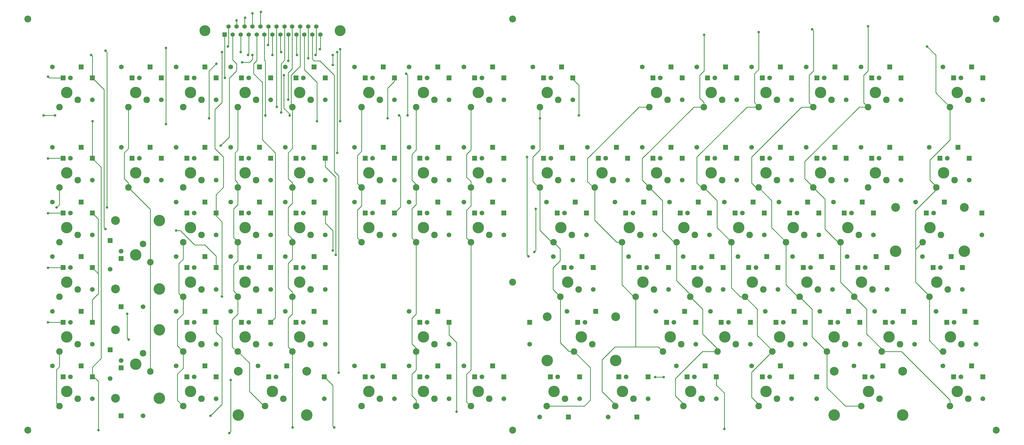
<source format=gtl>
G04 #@! TF.FileFunction,Copper,L1,Top,Signal*
%FSLAX46Y46*%
G04 Gerber Fmt 4.6, Leading zero omitted, Abs format (unit mm)*
G04 Created by KiCad (PCBNEW 4.0.7) date 12/13/17 15:10:49*
%MOMM*%
%LPD*%
G01*
G04 APERTURE LIST*
%ADD10C,0.100000*%
%ADD11C,2.286000*%
%ADD12C,3.987800*%
%ADD13C,1.651000*%
%ADD14R,1.651000X1.651000*%
%ADD15C,3.810000*%
%ADD16R,1.524000X1.524000*%
%ADD17C,1.524000*%
%ADD18C,2.400000*%
%ADD19C,4.000000*%
%ADD20C,3.050000*%
%ADD21C,0.889000*%
%ADD22C,0.254000*%
G04 APERTURE END LIST*
D10*
D11*
X257460000Y-62080000D03*
X263810000Y-59540000D03*
D12*
X260000000Y-57000000D03*
D13*
X268890000Y-59540000D03*
D14*
X268890000Y-51920000D03*
D13*
X261270000Y-51920000D03*
D14*
X258730000Y-51920000D03*
X265000000Y-48110000D03*
D13*
X255000000Y-48110000D03*
D11*
X285960000Y-81080000D03*
X292310000Y-78540000D03*
D12*
X288500000Y-76000000D03*
D13*
X297390000Y-78540000D03*
D14*
X297390000Y-70920000D03*
D13*
X289770000Y-70920000D03*
D14*
X287230000Y-70920000D03*
X293500000Y-67110000D03*
D13*
X283500000Y-67110000D03*
D11*
X266960000Y-81080000D03*
X273310000Y-78540000D03*
D12*
X269500000Y-76000000D03*
D13*
X278390000Y-78540000D03*
D14*
X278390000Y-70920000D03*
D13*
X270770000Y-70920000D03*
D14*
X268230000Y-70920000D03*
X274500000Y-67110000D03*
D13*
X264500000Y-67110000D03*
D11*
X247960000Y-81080000D03*
X254310000Y-78540000D03*
D12*
X250500000Y-76000000D03*
D13*
X259390000Y-78540000D03*
D14*
X259390000Y-70920000D03*
D13*
X251770000Y-70920000D03*
D14*
X249230000Y-70920000D03*
X255500000Y-67110000D03*
D13*
X245500000Y-67110000D03*
D11*
X228960000Y-81080000D03*
X235310000Y-78540000D03*
D12*
X231500000Y-76000000D03*
D13*
X240390000Y-78540000D03*
D14*
X240390000Y-70920000D03*
D13*
X232770000Y-70920000D03*
D14*
X230230000Y-70920000D03*
X236500000Y-67110000D03*
D13*
X226500000Y-67110000D03*
D11*
X209960000Y-81080000D03*
X216310000Y-78540000D03*
D12*
X212500000Y-76000000D03*
D13*
X221390000Y-78540000D03*
D14*
X221390000Y-70920000D03*
D13*
X213770000Y-70920000D03*
D14*
X211230000Y-70920000D03*
X217500000Y-67110000D03*
D13*
X207500000Y-67110000D03*
D11*
X186210000Y-81080000D03*
X192560000Y-78540000D03*
D12*
X188750000Y-76000000D03*
D13*
X197640000Y-78540000D03*
D14*
X197640000Y-70920000D03*
D13*
X190020000Y-70920000D03*
D14*
X187480000Y-70920000D03*
X193750000Y-67110000D03*
D13*
X183750000Y-67110000D03*
D11*
X319210000Y-62080000D03*
X325560000Y-59540000D03*
D12*
X321750000Y-57000000D03*
D13*
X330640000Y-59540000D03*
D14*
X330640000Y-51920000D03*
D13*
X323020000Y-51920000D03*
D14*
X320480000Y-51920000D03*
X326750000Y-48110000D03*
D13*
X316750000Y-48110000D03*
D11*
X295460000Y-62080000D03*
X301810000Y-59540000D03*
D12*
X298000000Y-57000000D03*
D13*
X306890000Y-59540000D03*
D14*
X306890000Y-51920000D03*
D13*
X299270000Y-51920000D03*
D14*
X296730000Y-51920000D03*
X303000000Y-48110000D03*
D13*
X293000000Y-48110000D03*
D11*
X276460000Y-62080000D03*
X282810000Y-59540000D03*
D12*
X279000000Y-57000000D03*
D13*
X287890000Y-59540000D03*
D14*
X287890000Y-51920000D03*
D13*
X280270000Y-51920000D03*
D14*
X277730000Y-51920000D03*
X284000000Y-48110000D03*
D13*
X274000000Y-48110000D03*
D11*
X188585000Y-100080000D03*
X194935000Y-97540000D03*
D12*
X191125000Y-95000000D03*
D13*
X200015000Y-97540000D03*
D14*
X200015000Y-89920000D03*
D13*
X192395000Y-89920000D03*
D14*
X189855000Y-89920000D03*
X196125000Y-86110000D03*
D13*
X186125000Y-86110000D03*
D11*
X238460000Y-62080000D03*
X244810000Y-59540000D03*
D12*
X241000000Y-57000000D03*
D13*
X249890000Y-59540000D03*
D14*
X249890000Y-51920000D03*
D13*
X242270000Y-51920000D03*
D14*
X239730000Y-51920000D03*
X246000000Y-48110000D03*
D13*
X236000000Y-48110000D03*
D11*
X219460000Y-62080000D03*
X225810000Y-59540000D03*
D12*
X222000000Y-57000000D03*
D13*
X230890000Y-59540000D03*
D14*
X230890000Y-51920000D03*
D13*
X223270000Y-51920000D03*
D14*
X220730000Y-51920000D03*
X227000000Y-48110000D03*
D13*
X217000000Y-48110000D03*
D11*
X200460000Y-62080000D03*
X206810000Y-59540000D03*
D12*
X203000000Y-57000000D03*
D13*
X211890000Y-59540000D03*
D14*
X211890000Y-51920000D03*
D13*
X204270000Y-51920000D03*
D14*
X201730000Y-51920000D03*
X208000000Y-48110000D03*
D13*
X198000000Y-48110000D03*
D11*
X181460000Y-62080000D03*
X187810000Y-59540000D03*
D12*
X184000000Y-57000000D03*
D13*
X192890000Y-59540000D03*
D14*
X192890000Y-51920000D03*
D13*
X185270000Y-51920000D03*
D14*
X182730000Y-51920000D03*
X189000000Y-48110000D03*
D13*
X179000000Y-48110000D03*
D11*
X323960000Y-34080000D03*
X330310000Y-31540000D03*
D12*
X326500000Y-29000000D03*
D13*
X335390000Y-31540000D03*
D14*
X335390000Y-23920000D03*
D13*
X327770000Y-23920000D03*
D14*
X325230000Y-23920000D03*
X331500000Y-20110000D03*
D13*
X321500000Y-20110000D03*
D11*
X295460000Y-34080000D03*
X301810000Y-31540000D03*
D12*
X298000000Y-29000000D03*
D13*
X306890000Y-31540000D03*
D14*
X306890000Y-23920000D03*
D13*
X299270000Y-23920000D03*
D14*
X296730000Y-23920000D03*
X303000000Y-20110000D03*
D13*
X293000000Y-20110000D03*
D11*
X276460000Y-34080000D03*
X282810000Y-31540000D03*
D12*
X279000000Y-29000000D03*
D13*
X287890000Y-31540000D03*
D14*
X287890000Y-23920000D03*
D13*
X280270000Y-23920000D03*
D14*
X277730000Y-23920000D03*
X284000000Y-20110000D03*
D13*
X274000000Y-20110000D03*
D11*
X257460000Y-34080000D03*
X263810000Y-31540000D03*
D12*
X260000000Y-29000000D03*
D13*
X268890000Y-31540000D03*
D14*
X268890000Y-23920000D03*
D13*
X261270000Y-23920000D03*
D14*
X258730000Y-23920000D03*
X265000000Y-20110000D03*
D13*
X255000000Y-20110000D03*
D11*
X238460000Y-34080000D03*
X244810000Y-31540000D03*
D12*
X241000000Y-29000000D03*
D13*
X249890000Y-31540000D03*
D14*
X249890000Y-23920000D03*
D13*
X242270000Y-23920000D03*
D14*
X239730000Y-23920000D03*
X246000000Y-20110000D03*
D13*
X236000000Y-20110000D03*
D11*
X262210000Y-119080000D03*
X268560000Y-116540000D03*
D12*
X264750000Y-114000000D03*
D13*
X273640000Y-116540000D03*
D14*
X273640000Y-108920000D03*
D13*
X266020000Y-108920000D03*
D14*
X263480000Y-108920000D03*
X269750000Y-105110000D03*
D13*
X259750000Y-105110000D03*
D11*
X323960000Y-138080000D03*
X330310000Y-135540000D03*
D12*
X326500000Y-133000000D03*
D13*
X335390000Y-135540000D03*
D14*
X335390000Y-127920000D03*
D13*
X327770000Y-127920000D03*
D14*
X325230000Y-127920000D03*
X331500000Y-124110000D03*
D13*
X321500000Y-124110000D03*
D11*
X257460000Y-138080000D03*
X263810000Y-135540000D03*
D12*
X260000000Y-133000000D03*
D13*
X268890000Y-135540000D03*
D14*
X268890000Y-127920000D03*
D13*
X261270000Y-127920000D03*
D14*
X258730000Y-127920000D03*
X265000000Y-124110000D03*
D13*
X255000000Y-124110000D03*
D11*
X231335000Y-138080000D03*
X237685000Y-135540000D03*
D12*
X233875000Y-133000000D03*
D13*
X242765000Y-135540000D03*
D14*
X242765000Y-127920000D03*
D13*
X235145000Y-127920000D03*
D14*
X232605000Y-127920000D03*
X238875000Y-124110000D03*
D13*
X228875000Y-124110000D03*
D11*
X321585000Y-119080000D03*
X327935000Y-116540000D03*
D12*
X324125000Y-114000000D03*
D13*
X333015000Y-116540000D03*
D14*
X333015000Y-108920000D03*
D13*
X325395000Y-108920000D03*
D14*
X322855000Y-108920000D03*
X329125000Y-105110000D03*
D13*
X319125000Y-105110000D03*
D11*
X300210000Y-119080000D03*
X306560000Y-116540000D03*
D12*
X302750000Y-114000000D03*
D13*
X311640000Y-116540000D03*
D14*
X311640000Y-108920000D03*
D13*
X304020000Y-108920000D03*
D14*
X301480000Y-108920000D03*
X307750000Y-105110000D03*
D13*
X297750000Y-105110000D03*
D11*
X281210000Y-119080000D03*
X287560000Y-116540000D03*
D12*
X283750000Y-114000000D03*
D13*
X292640000Y-116540000D03*
D14*
X292640000Y-108920000D03*
D13*
X285020000Y-108920000D03*
D14*
X282480000Y-108920000D03*
X288750000Y-105110000D03*
D13*
X278750000Y-105110000D03*
D11*
X219460000Y-34080000D03*
X225810000Y-31540000D03*
D12*
X222000000Y-29000000D03*
D13*
X230890000Y-31540000D03*
D14*
X230890000Y-23920000D03*
D13*
X223270000Y-23920000D03*
D14*
X220730000Y-23920000D03*
X227000000Y-20110000D03*
D13*
X217000000Y-20110000D03*
D11*
X243210000Y-119080000D03*
X249560000Y-116540000D03*
D12*
X245750000Y-114000000D03*
D13*
X254640000Y-116540000D03*
D14*
X254640000Y-108920000D03*
D13*
X247020000Y-108920000D03*
D14*
X244480000Y-108920000D03*
X250750000Y-105110000D03*
D13*
X240750000Y-105110000D03*
D11*
X224210000Y-119080000D03*
X230560000Y-116540000D03*
D12*
X226750000Y-114000000D03*
D13*
X235640000Y-116540000D03*
D14*
X235640000Y-108920000D03*
D13*
X228020000Y-108920000D03*
D14*
X225480000Y-108920000D03*
X231750000Y-105110000D03*
D13*
X221750000Y-105110000D03*
D11*
X316835000Y-100080000D03*
X323185000Y-97540000D03*
D12*
X319375000Y-95000000D03*
D13*
X328265000Y-97540000D03*
D14*
X328265000Y-89920000D03*
D13*
X320645000Y-89920000D03*
D14*
X318105000Y-89920000D03*
X324375000Y-86110000D03*
D13*
X314375000Y-86110000D03*
D11*
X290710000Y-100080000D03*
X297060000Y-97540000D03*
D12*
X293250000Y-95000000D03*
D13*
X302140000Y-97540000D03*
D14*
X302140000Y-89920000D03*
D13*
X294520000Y-89920000D03*
D14*
X291980000Y-89920000D03*
X298250000Y-86110000D03*
D13*
X288250000Y-86110000D03*
D11*
X271710000Y-100080000D03*
X278060000Y-97540000D03*
D12*
X274250000Y-95000000D03*
D13*
X283140000Y-97540000D03*
D14*
X283140000Y-89920000D03*
D13*
X275520000Y-89920000D03*
D14*
X272980000Y-89920000D03*
X279250000Y-86110000D03*
D13*
X269250000Y-86110000D03*
D11*
X252710000Y-100080000D03*
X259060000Y-97540000D03*
D12*
X255250000Y-95000000D03*
D13*
X264140000Y-97540000D03*
D14*
X264140000Y-89920000D03*
D13*
X256520000Y-89920000D03*
D14*
X253980000Y-89920000D03*
X260250000Y-86110000D03*
D13*
X250250000Y-86110000D03*
D11*
X233710000Y-100080000D03*
X240060000Y-97540000D03*
D12*
X236250000Y-95000000D03*
D13*
X245140000Y-97540000D03*
D14*
X245140000Y-89920000D03*
D13*
X237520000Y-89920000D03*
D14*
X234980000Y-89920000D03*
X241250000Y-86110000D03*
D13*
X231250000Y-86110000D03*
D11*
X214710000Y-100080000D03*
X221060000Y-97540000D03*
D12*
X217250000Y-95000000D03*
D13*
X226140000Y-97540000D03*
D14*
X226140000Y-89920000D03*
D13*
X218520000Y-89920000D03*
D14*
X215980000Y-89920000D03*
X222250000Y-86110000D03*
D13*
X212250000Y-86110000D03*
D11*
X38460000Y-62080000D03*
X44810000Y-59540000D03*
D12*
X41000000Y-57000000D03*
D13*
X49890000Y-59540000D03*
D14*
X49890000Y-51920000D03*
D13*
X42270000Y-51920000D03*
D14*
X39730000Y-51920000D03*
X46000000Y-48110000D03*
D13*
X36000000Y-48110000D03*
D11*
X95460000Y-100080000D03*
X101810000Y-97540000D03*
D12*
X98000000Y-95000000D03*
D13*
X106890000Y-97540000D03*
D14*
X106890000Y-89920000D03*
D13*
X99270000Y-89920000D03*
D14*
X96730000Y-89920000D03*
X103000000Y-86110000D03*
D13*
X93000000Y-86110000D03*
D11*
X76460000Y-100080000D03*
X82810000Y-97540000D03*
D12*
X79000000Y-95000000D03*
D13*
X87890000Y-97540000D03*
D14*
X87890000Y-89920000D03*
D13*
X80270000Y-89920000D03*
D14*
X77730000Y-89920000D03*
X84000000Y-86110000D03*
D13*
X74000000Y-86110000D03*
D11*
X57460000Y-100080000D03*
X63810000Y-97540000D03*
D12*
X60000000Y-95000000D03*
D13*
X68890000Y-97540000D03*
D14*
X68890000Y-89920000D03*
D13*
X61270000Y-89920000D03*
D14*
X58730000Y-89920000D03*
X65000000Y-86110000D03*
D13*
X55000000Y-86110000D03*
D11*
X95460000Y-81080000D03*
X101810000Y-78540000D03*
D12*
X98000000Y-76000000D03*
D13*
X106890000Y-78540000D03*
D14*
X106890000Y-70920000D03*
D13*
X99270000Y-70920000D03*
D14*
X96730000Y-70920000D03*
X103000000Y-67110000D03*
D13*
X93000000Y-67110000D03*
D11*
X76460000Y-81080000D03*
X82810000Y-78540000D03*
D12*
X79000000Y-76000000D03*
D13*
X87890000Y-78540000D03*
D14*
X87890000Y-70920000D03*
D13*
X80270000Y-70920000D03*
D14*
X77730000Y-70920000D03*
X84000000Y-67110000D03*
D13*
X74000000Y-67110000D03*
D11*
X57460000Y-81080000D03*
X63810000Y-78540000D03*
D12*
X60000000Y-76000000D03*
D13*
X68890000Y-78540000D03*
D14*
X68890000Y-70920000D03*
D13*
X61270000Y-70920000D03*
D14*
X58730000Y-70920000D03*
X65000000Y-67110000D03*
D13*
X55000000Y-67110000D03*
D11*
X95460000Y-62080000D03*
X101810000Y-59540000D03*
D12*
X98000000Y-57000000D03*
D13*
X106890000Y-59540000D03*
D14*
X106890000Y-51920000D03*
D13*
X99270000Y-51920000D03*
D14*
X96730000Y-51920000D03*
X103000000Y-48110000D03*
D13*
X93000000Y-48110000D03*
D11*
X76460000Y-62080000D03*
X82810000Y-59540000D03*
D12*
X79000000Y-57000000D03*
D13*
X87890000Y-59540000D03*
D14*
X87890000Y-51920000D03*
D13*
X80270000Y-51920000D03*
D14*
X77730000Y-51920000D03*
X84000000Y-48110000D03*
D13*
X74000000Y-48110000D03*
D11*
X57460000Y-62080000D03*
X63810000Y-59540000D03*
D12*
X60000000Y-57000000D03*
D13*
X68890000Y-59540000D03*
D14*
X68890000Y-51920000D03*
D13*
X61270000Y-51920000D03*
D14*
X58730000Y-51920000D03*
X65000000Y-48110000D03*
D13*
X55000000Y-48110000D03*
D11*
X95460000Y-34080000D03*
X101810000Y-31540000D03*
D12*
X98000000Y-29000000D03*
D13*
X106890000Y-31540000D03*
D14*
X106890000Y-23920000D03*
D13*
X99270000Y-23920000D03*
D14*
X96730000Y-23920000D03*
X103000000Y-20110000D03*
D13*
X93000000Y-20110000D03*
D11*
X76460000Y-34080000D03*
X82810000Y-31540000D03*
D12*
X79000000Y-29000000D03*
D13*
X87890000Y-31540000D03*
D14*
X87890000Y-23920000D03*
D13*
X80270000Y-23920000D03*
D14*
X77730000Y-23920000D03*
X84000000Y-20110000D03*
D13*
X74000000Y-20110000D03*
D11*
X57460000Y-34080000D03*
X63810000Y-31540000D03*
D12*
X60000000Y-29000000D03*
D13*
X68890000Y-31540000D03*
D14*
X68890000Y-23920000D03*
D13*
X61270000Y-23920000D03*
D14*
X58730000Y-23920000D03*
X65000000Y-20110000D03*
D13*
X55000000Y-20110000D03*
D11*
X38460000Y-34080000D03*
X44810000Y-31540000D03*
D12*
X41000000Y-29000000D03*
D13*
X49890000Y-31540000D03*
D14*
X49890000Y-23920000D03*
D13*
X42270000Y-23920000D03*
D14*
X39730000Y-23920000D03*
X46000000Y-20110000D03*
D13*
X36000000Y-20110000D03*
D11*
X14460000Y-138080000D03*
X20810000Y-135540000D03*
D12*
X17000000Y-133000000D03*
D13*
X25890000Y-135540000D03*
D14*
X25890000Y-127920000D03*
D13*
X18270000Y-127920000D03*
D14*
X15730000Y-127920000D03*
X22000000Y-124110000D03*
D13*
X12000000Y-124110000D03*
D11*
X14460000Y-119080000D03*
X20810000Y-116540000D03*
D12*
X17000000Y-114000000D03*
D13*
X25890000Y-116540000D03*
D14*
X25890000Y-108920000D03*
D13*
X18270000Y-108920000D03*
D14*
X15730000Y-108920000D03*
X22000000Y-105110000D03*
D13*
X12000000Y-105110000D03*
D11*
X14460000Y-100080000D03*
X20810000Y-97540000D03*
D12*
X17000000Y-95000000D03*
D13*
X25890000Y-97540000D03*
D14*
X25890000Y-89920000D03*
D13*
X18270000Y-89920000D03*
D14*
X15730000Y-89920000D03*
X22000000Y-86110000D03*
D13*
X12000000Y-86110000D03*
D11*
X14460000Y-81080000D03*
X20810000Y-78540000D03*
D12*
X17000000Y-76000000D03*
D13*
X25890000Y-78540000D03*
D14*
X25890000Y-70920000D03*
D13*
X18270000Y-70920000D03*
D14*
X15730000Y-70920000D03*
X22000000Y-67110000D03*
D13*
X12000000Y-67110000D03*
D11*
X14460000Y-62080000D03*
X20810000Y-59540000D03*
D12*
X17000000Y-57000000D03*
D13*
X25890000Y-59540000D03*
D14*
X25890000Y-51920000D03*
D13*
X18270000Y-51920000D03*
D14*
X15730000Y-51920000D03*
X22000000Y-48110000D03*
D13*
X12000000Y-48110000D03*
D11*
X119460000Y-62080000D03*
X125810000Y-59540000D03*
D12*
X122000000Y-57000000D03*
D13*
X130890000Y-59540000D03*
D14*
X130890000Y-51920000D03*
D13*
X123270000Y-51920000D03*
D14*
X120730000Y-51920000D03*
X127000000Y-48110000D03*
D13*
X117000000Y-48110000D03*
D11*
X181460000Y-34080000D03*
X187810000Y-31540000D03*
D12*
X184000000Y-29000000D03*
D13*
X192890000Y-31540000D03*
D14*
X192890000Y-23920000D03*
D13*
X185270000Y-23920000D03*
D14*
X182730000Y-23920000D03*
X189000000Y-20110000D03*
D13*
X179000000Y-20110000D03*
D11*
X157460000Y-138080000D03*
X163810000Y-135540000D03*
D12*
X160000000Y-133000000D03*
D13*
X168890000Y-135540000D03*
D14*
X168890000Y-127920000D03*
D13*
X161270000Y-127920000D03*
D14*
X158730000Y-127920000D03*
X165000000Y-124110000D03*
D13*
X155000000Y-124110000D03*
D11*
X138460000Y-138080000D03*
X144810000Y-135540000D03*
D12*
X141000000Y-133000000D03*
D13*
X149890000Y-135540000D03*
D14*
X149890000Y-127920000D03*
D13*
X142270000Y-127920000D03*
D14*
X139730000Y-127920000D03*
X146000000Y-124110000D03*
D13*
X136000000Y-124110000D03*
D11*
X119460000Y-138080000D03*
X125810000Y-135540000D03*
D12*
X122000000Y-133000000D03*
D13*
X130890000Y-135540000D03*
D14*
X130890000Y-127920000D03*
D13*
X123270000Y-127920000D03*
D14*
X120730000Y-127920000D03*
X127000000Y-124110000D03*
D13*
X117000000Y-124110000D03*
D11*
X138460000Y-119080000D03*
X144810000Y-116540000D03*
D12*
X141000000Y-114000000D03*
D13*
X149890000Y-116540000D03*
D14*
X149890000Y-108920000D03*
D13*
X142270000Y-108920000D03*
D14*
X139730000Y-108920000D03*
X146000000Y-105110000D03*
D13*
X136000000Y-105110000D03*
D11*
X157460000Y-81080000D03*
X163810000Y-78540000D03*
D12*
X160000000Y-76000000D03*
D13*
X168890000Y-78540000D03*
D14*
X168890000Y-70920000D03*
D13*
X161270000Y-70920000D03*
D14*
X158730000Y-70920000D03*
X165000000Y-67110000D03*
D13*
X155000000Y-67110000D03*
D11*
X138460000Y-81080000D03*
X144810000Y-78540000D03*
D12*
X141000000Y-76000000D03*
D13*
X149890000Y-78540000D03*
D14*
X149890000Y-70920000D03*
D13*
X142270000Y-70920000D03*
D14*
X139730000Y-70920000D03*
X146000000Y-67110000D03*
D13*
X136000000Y-67110000D03*
D11*
X119460000Y-81080000D03*
X125810000Y-78540000D03*
D12*
X122000000Y-76000000D03*
D13*
X130890000Y-78540000D03*
D14*
X130890000Y-70920000D03*
D13*
X123270000Y-70920000D03*
D14*
X120730000Y-70920000D03*
X127000000Y-67110000D03*
D13*
X117000000Y-67110000D03*
D11*
X157460000Y-62080000D03*
X163810000Y-59540000D03*
D12*
X160000000Y-57000000D03*
D13*
X168890000Y-59540000D03*
D14*
X168890000Y-51920000D03*
D13*
X161270000Y-51920000D03*
D14*
X158730000Y-51920000D03*
X165000000Y-48110000D03*
D13*
X155000000Y-48110000D03*
D11*
X138460000Y-62080000D03*
X144810000Y-59540000D03*
D12*
X141000000Y-57000000D03*
D13*
X149890000Y-59540000D03*
D14*
X149890000Y-51920000D03*
D13*
X142270000Y-51920000D03*
D14*
X139730000Y-51920000D03*
X146000000Y-48110000D03*
D13*
X136000000Y-48110000D03*
D11*
X14460000Y-34080000D03*
X20810000Y-31540000D03*
D12*
X17000000Y-29000000D03*
D13*
X25890000Y-31540000D03*
D14*
X25890000Y-23920000D03*
D13*
X18270000Y-23920000D03*
D14*
X15730000Y-23920000D03*
X22000000Y-20110000D03*
D13*
X12000000Y-20110000D03*
D11*
X157460000Y-34080000D03*
X163810000Y-31540000D03*
D12*
X160000000Y-29000000D03*
D13*
X168890000Y-31540000D03*
D14*
X168890000Y-23920000D03*
D13*
X161270000Y-23920000D03*
D14*
X158730000Y-23920000D03*
X165000000Y-20110000D03*
D13*
X155000000Y-20110000D03*
D11*
X138460000Y-34080000D03*
X144810000Y-31540000D03*
D12*
X141000000Y-29000000D03*
D13*
X149890000Y-31540000D03*
D14*
X149890000Y-23920000D03*
D13*
X142270000Y-23920000D03*
D14*
X139730000Y-23920000D03*
X146000000Y-20110000D03*
D13*
X136000000Y-20110000D03*
D11*
X119460000Y-34080000D03*
X125810000Y-31540000D03*
D12*
X122000000Y-29000000D03*
D13*
X130890000Y-31540000D03*
D14*
X130890000Y-23920000D03*
D13*
X123270000Y-23920000D03*
D14*
X120730000Y-23920000D03*
X127000000Y-20110000D03*
D13*
X117000000Y-20110000D03*
D11*
X57460000Y-138080000D03*
X63810000Y-135540000D03*
D12*
X60000000Y-133000000D03*
D13*
X68890000Y-135540000D03*
D14*
X68890000Y-127920000D03*
D13*
X61270000Y-127920000D03*
D14*
X58730000Y-127920000D03*
X65000000Y-124110000D03*
D13*
X55000000Y-124110000D03*
D11*
X95460000Y-119080000D03*
X101810000Y-116540000D03*
D12*
X98000000Y-114000000D03*
D13*
X106890000Y-116540000D03*
D14*
X106890000Y-108920000D03*
D13*
X99270000Y-108920000D03*
D14*
X96730000Y-108920000D03*
X103000000Y-105110000D03*
D13*
X93000000Y-105110000D03*
D11*
X76460000Y-119080000D03*
X82810000Y-116540000D03*
D12*
X79000000Y-114000000D03*
D13*
X87890000Y-116540000D03*
D14*
X87890000Y-108920000D03*
D13*
X80270000Y-108920000D03*
D14*
X77730000Y-108920000D03*
X84000000Y-105110000D03*
D13*
X74000000Y-105110000D03*
D11*
X57460000Y-119080000D03*
X63810000Y-116540000D03*
D12*
X60000000Y-114000000D03*
D13*
X68890000Y-116540000D03*
D14*
X68890000Y-108920000D03*
D13*
X61270000Y-108920000D03*
D14*
X58730000Y-108920000D03*
X65000000Y-105110000D03*
D13*
X55000000Y-105110000D03*
D15*
X111995000Y-7500000D03*
X65005000Y-7500000D03*
D16*
X71863000Y-8897000D03*
D17*
X74657000Y-8897000D03*
X77451000Y-8897000D03*
X80245000Y-8897000D03*
X83039000Y-8897000D03*
X85706000Y-8897000D03*
X88500000Y-8897000D03*
X91294000Y-8897000D03*
X94088000Y-8897000D03*
X96882000Y-8897000D03*
X99549000Y-8897000D03*
X102343000Y-8897000D03*
X105137000Y-8897000D03*
X73260000Y-6103000D03*
X76054000Y-6103000D03*
X78848000Y-6103000D03*
X81515000Y-6103000D03*
X84309000Y-6103000D03*
X87103000Y-6103000D03*
X89897000Y-6103000D03*
X92691000Y-6103000D03*
X95358000Y-6103000D03*
X98152000Y-6103000D03*
X100946000Y-6103000D03*
X103740000Y-6103000D03*
D18*
X3500000Y-3500000D03*
X340000000Y-3500000D03*
X172000000Y-3500000D03*
X3500000Y-146500000D03*
X172000000Y-146500000D03*
X340000000Y-146500000D03*
X172000000Y-95000000D03*
D11*
X46080000Y-88040000D03*
X43540000Y-81690000D03*
D12*
X41000000Y-85500000D03*
D13*
X43540000Y-103500000D03*
D14*
X35920000Y-103500000D03*
D13*
X35920000Y-84230000D03*
D14*
X35920000Y-86770000D03*
X32110000Y-80500000D03*
D13*
X32110000Y-90500000D03*
D19*
X49240000Y-73600000D03*
D20*
X34000000Y-73600000D03*
D19*
X49240000Y-97400000D03*
D20*
X34000000Y-97400000D03*
D11*
X46080000Y-126040000D03*
X43540000Y-119690000D03*
D12*
X41000000Y-123500000D03*
D13*
X43540000Y-141500000D03*
D14*
X35920000Y-141500000D03*
D13*
X35920000Y-122230000D03*
D14*
X35920000Y-124770000D03*
X32110000Y-118500000D03*
D13*
X32110000Y-128500000D03*
D19*
X49240000Y-111600000D03*
D20*
X34000000Y-111600000D03*
D19*
X49240000Y-135400000D03*
D20*
X34000000Y-135400000D03*
D11*
X85960000Y-138080000D03*
X92310000Y-135540000D03*
D12*
X88500000Y-133000000D03*
D13*
X106500000Y-135540000D03*
D14*
X106500000Y-127920000D03*
D13*
X89770000Y-127920000D03*
D14*
X87230000Y-127920000D03*
X93500000Y-124110000D03*
D13*
X83500000Y-124110000D03*
D19*
X100400000Y-141240000D03*
D20*
X100400000Y-126000000D03*
D19*
X76600000Y-141240000D03*
D20*
X76600000Y-126000000D03*
D11*
X193335000Y-119080000D03*
X199685000Y-116540000D03*
D12*
X195875000Y-114000000D03*
D13*
X177875000Y-116540000D03*
D14*
X177875000Y-108920000D03*
D13*
X197145000Y-108920000D03*
D14*
X194605000Y-108920000D03*
X200875000Y-105110000D03*
D13*
X190875000Y-105110000D03*
D19*
X207775000Y-122240000D03*
D20*
X207775000Y-107000000D03*
D19*
X183975000Y-122240000D03*
D20*
X183975000Y-107000000D03*
D11*
X314460000Y-81080000D03*
X320810000Y-78540000D03*
D12*
X317000000Y-76000000D03*
D13*
X335000000Y-78540000D03*
D14*
X335000000Y-70920000D03*
D13*
X318270000Y-70920000D03*
D14*
X315730000Y-70920000D03*
X322000000Y-67110000D03*
D13*
X312000000Y-67110000D03*
D19*
X328900000Y-84240000D03*
D20*
X328900000Y-69000000D03*
D19*
X305100000Y-84240000D03*
D20*
X305100000Y-69000000D03*
D11*
X293085000Y-138080000D03*
X299435000Y-135540000D03*
D12*
X295625000Y-133000000D03*
D13*
X277625000Y-135540000D03*
D14*
X277625000Y-127920000D03*
D13*
X296895000Y-127920000D03*
D14*
X294355000Y-127920000D03*
X300625000Y-124110000D03*
D13*
X290625000Y-124110000D03*
D19*
X307525000Y-141240000D03*
D20*
X307525000Y-126000000D03*
D19*
X283725000Y-141240000D03*
D20*
X283725000Y-126000000D03*
D11*
X183835000Y-138080000D03*
X190185000Y-135540000D03*
D12*
X186375000Y-133000000D03*
D13*
X195265000Y-135540000D03*
D14*
X195265000Y-127920000D03*
D13*
X187645000Y-127920000D03*
D14*
X185105000Y-127920000D03*
X191375000Y-141890000D03*
D13*
X181375000Y-141890000D03*
D11*
X207585000Y-138080000D03*
X213935000Y-135540000D03*
D12*
X210125000Y-133000000D03*
D13*
X219015000Y-135540000D03*
D14*
X219015000Y-127920000D03*
D13*
X211395000Y-127920000D03*
D14*
X208855000Y-127920000D03*
X215125000Y-141890000D03*
D13*
X205125000Y-141890000D03*
D21*
X181460000Y-38000000D03*
X105000000Y-14000000D03*
X112000000Y-14000000D03*
X112000000Y-39000000D03*
X73000000Y-13000000D03*
X51500000Y-13500000D03*
X51500000Y-40000000D03*
X111500000Y-126500000D03*
X295500000Y-6000000D03*
X84500000Y-1000000D03*
X257500000Y-8000000D03*
X79000000Y-3000000D03*
X94000000Y-31500000D03*
X38000000Y-106000000D03*
X38500000Y-115000000D03*
X316000000Y-13000000D03*
X87000000Y-12500000D03*
X91500000Y-36000000D03*
X13500000Y-69000000D03*
X95500000Y-145500000D03*
X276000000Y-7000000D03*
X81500000Y-1500000D03*
X238500000Y-9000000D03*
X76000000Y-4000000D03*
X90000000Y-34000000D03*
X128500000Y-38000000D03*
X66500000Y-38000000D03*
X69000000Y-19000000D03*
X78000000Y-18500000D03*
X81500000Y-16000000D03*
X88500000Y-16000000D03*
X111000000Y-50000000D03*
X111000000Y-15000000D03*
X91500000Y-15000000D03*
X132500000Y-37000000D03*
X94500000Y-37000000D03*
X92500000Y-23000000D03*
X94000000Y-18000000D03*
X67000000Y-141500000D03*
X74000000Y-129000000D03*
X73500000Y-147500000D03*
X9000000Y-37000000D03*
X13000000Y-37000000D03*
X86000000Y-37000000D03*
X110000000Y-145500000D03*
X245500000Y-146000000D03*
X221500000Y-128000000D03*
X224500000Y-128000000D03*
X31000000Y-69000000D03*
X30500000Y-14500000D03*
X97000000Y-16000000D03*
X26000000Y-39000000D03*
X104000000Y-39000000D03*
X28000000Y-146500000D03*
X152500000Y-140000000D03*
X109500000Y-19500000D03*
X109500000Y-16000000D03*
X103500000Y-16000000D03*
X10500000Y-71000000D03*
X10500000Y-90000000D03*
X10500000Y-109000000D03*
X10500000Y-52000000D03*
X10500000Y-23500000D03*
X195000000Y-37000000D03*
X135500000Y-37000000D03*
X135000000Y-22500000D03*
X72000000Y-23920000D03*
X70500000Y-47500000D03*
X177000000Y-51500000D03*
X177500000Y-86000000D03*
X110500000Y-85500000D03*
X100945000Y-17055000D03*
X77500000Y-15000000D03*
X71000000Y-15000000D03*
X180000000Y-69500000D03*
X179500000Y-84500000D03*
X109500000Y-84000000D03*
X71000000Y-100000000D03*
X30500000Y-76500000D03*
X55000000Y-77000000D03*
X80000000Y-16000000D03*
X25500000Y-16000000D03*
D22*
X105137000Y-8897000D02*
X105137000Y-13863000D01*
X105000000Y-14000000D02*
X105137000Y-13863000D01*
X112000000Y-39000000D02*
X112000000Y-14000000D01*
X181460000Y-62080000D02*
X181080000Y-62080000D01*
X181460000Y-49040000D02*
X181460000Y-38000000D01*
X181460000Y-38000000D02*
X181460000Y-34080000D01*
X179000000Y-51500000D02*
X181460000Y-49040000D01*
X179000000Y-60000000D02*
X179000000Y-51500000D01*
X181080000Y-62080000D02*
X179000000Y-60000000D01*
X186210000Y-81080000D02*
X185580000Y-81080000D01*
X181460000Y-76960000D02*
X181460000Y-62080000D01*
X185580000Y-81080000D02*
X181460000Y-76960000D01*
X188585000Y-100080000D02*
X188580000Y-100080000D01*
X188500000Y-83370000D02*
X186210000Y-81080000D01*
X188500000Y-87500000D02*
X188500000Y-83370000D01*
X186000000Y-90000000D02*
X188500000Y-87500000D01*
X186000000Y-97500000D02*
X186000000Y-90000000D01*
X188580000Y-100080000D02*
X186000000Y-97500000D01*
X193335000Y-119080000D02*
X191580000Y-119080000D01*
X188585000Y-116085000D02*
X188585000Y-100080000D01*
X191580000Y-119080000D02*
X188585000Y-116085000D01*
X183835000Y-138080000D02*
X196920000Y-138080000D01*
X199000000Y-124745000D02*
X193335000Y-119080000D01*
X199000000Y-136000000D02*
X199000000Y-124745000D01*
X196920000Y-138080000D02*
X199000000Y-136000000D01*
X73260000Y-12740000D02*
X73260000Y-6103000D01*
X73000000Y-13000000D02*
X73260000Y-12740000D01*
X51500000Y-40000000D02*
X51500000Y-13500000D01*
X200460000Y-62080000D02*
X200080000Y-62080000D01*
X215920000Y-34080000D02*
X219460000Y-34080000D01*
X198000000Y-52000000D02*
X215920000Y-34080000D01*
X198000000Y-60000000D02*
X198000000Y-52000000D01*
X200080000Y-62080000D02*
X198000000Y-60000000D01*
X209960000Y-81080000D02*
X208080000Y-81080000D01*
X200460000Y-73460000D02*
X200460000Y-62080000D01*
X208080000Y-81080000D02*
X200460000Y-73460000D01*
X214710000Y-100080000D02*
X214080000Y-100080000D01*
X209960000Y-95960000D02*
X209960000Y-81080000D01*
X214080000Y-100080000D02*
X209960000Y-95960000D01*
X214710000Y-100080000D02*
X214710000Y-117500000D01*
X214710000Y-117500000D02*
X215000000Y-117500000D01*
X207585000Y-138080000D02*
X207585000Y-137585000D01*
X222630000Y-117500000D02*
X224210000Y-119080000D01*
X207500000Y-117500000D02*
X215000000Y-117500000D01*
X215000000Y-117500000D02*
X222630000Y-117500000D01*
X203000000Y-122000000D02*
X207500000Y-117500000D01*
X203000000Y-133000000D02*
X203000000Y-122000000D01*
X207585000Y-137585000D02*
X203000000Y-133000000D01*
X102343000Y-8897000D02*
X102343000Y-17343000D01*
X111500000Y-58000000D02*
X111500000Y-126500000D01*
X110000000Y-56500000D02*
X111500000Y-58000000D01*
X110000000Y-23000000D02*
X110000000Y-56500000D01*
X105000000Y-18000000D02*
X110000000Y-23000000D01*
X103000000Y-18000000D02*
X105000000Y-18000000D01*
X102343000Y-17343000D02*
X103000000Y-18000000D01*
X84309000Y-6103000D02*
X84309000Y-1191000D01*
X294000000Y-32620000D02*
X295460000Y-34080000D01*
X294000000Y-23000000D02*
X294000000Y-32620000D01*
X295500000Y-21500000D02*
X294000000Y-23000000D01*
X295500000Y-6000000D02*
X295500000Y-21500000D01*
X84309000Y-1191000D02*
X84500000Y-1000000D01*
X276460000Y-62080000D02*
X276460000Y-61960000D01*
X292420000Y-34080000D02*
X295460000Y-34080000D01*
X273500000Y-53000000D02*
X292420000Y-34080000D01*
X273500000Y-59000000D02*
X273500000Y-53000000D01*
X276460000Y-61960000D02*
X273500000Y-59000000D01*
X285960000Y-81080000D02*
X285080000Y-81080000D01*
X280500000Y-66120000D02*
X276460000Y-62080000D01*
X280500000Y-76500000D02*
X280500000Y-66120000D01*
X285080000Y-81080000D02*
X280500000Y-76500000D01*
X290710000Y-100080000D02*
X290710000Y-99710000D01*
X285960000Y-94960000D02*
X285960000Y-81080000D01*
X290710000Y-99710000D02*
X285960000Y-94960000D01*
X300210000Y-119080000D02*
X300210000Y-118210000D01*
X295000000Y-104370000D02*
X290710000Y-100080000D01*
X295000000Y-113000000D02*
X295000000Y-104370000D01*
X300210000Y-118210000D02*
X295000000Y-113000000D01*
X323960000Y-138080000D02*
X323960000Y-135960000D01*
X307080000Y-119080000D02*
X300210000Y-119080000D01*
X323960000Y-135960000D02*
X307080000Y-119080000D01*
X78848000Y-6103000D02*
X78848000Y-3152000D01*
X256000000Y-32620000D02*
X257460000Y-34080000D01*
X256000000Y-22500000D02*
X256000000Y-32620000D01*
X257500000Y-21000000D02*
X256000000Y-22500000D01*
X257500000Y-8000000D02*
X257500000Y-21000000D01*
X78848000Y-3152000D02*
X79000000Y-3000000D01*
X238460000Y-62080000D02*
X237580000Y-62080000D01*
X253420000Y-34080000D02*
X257460000Y-34080000D01*
X236000000Y-51500000D02*
X253420000Y-34080000D01*
X236000000Y-60500000D02*
X236000000Y-51500000D01*
X237580000Y-62080000D02*
X236000000Y-60500000D01*
X247960000Y-81080000D02*
X247960000Y-80960000D01*
X243000000Y-66620000D02*
X238460000Y-62080000D01*
X243000000Y-76000000D02*
X243000000Y-66620000D01*
X247960000Y-80960000D02*
X243000000Y-76000000D01*
X252710000Y-100080000D02*
X251080000Y-100080000D01*
X247960000Y-96960000D02*
X247960000Y-81080000D01*
X251080000Y-100080000D02*
X247960000Y-96960000D01*
X262210000Y-119080000D02*
X262210000Y-118710000D01*
X257000000Y-104370000D02*
X252710000Y-100080000D01*
X257000000Y-113500000D02*
X257000000Y-104370000D01*
X262210000Y-118710000D02*
X257000000Y-113500000D01*
X257460000Y-138080000D02*
X257460000Y-137460000D01*
X255000000Y-126290000D02*
X262210000Y-119080000D01*
X255000000Y-135000000D02*
X255000000Y-126290000D01*
X257460000Y-137460000D02*
X255000000Y-135000000D01*
X95358000Y-6103000D02*
X95358000Y-20858000D01*
X94000000Y-22216000D02*
X94000000Y-31500000D01*
X95358000Y-20858000D02*
X94000000Y-22216000D01*
X38000000Y-114500000D02*
X38000000Y-106000000D01*
X38500000Y-115000000D02*
X38000000Y-114500000D01*
X138460000Y-62080000D02*
X138460000Y-60960000D01*
X138460000Y-49040000D02*
X138460000Y-34080000D01*
X137000000Y-50500000D02*
X138460000Y-49040000D01*
X137000000Y-59500000D02*
X137000000Y-50500000D01*
X138460000Y-60960000D02*
X137000000Y-59500000D01*
X76460000Y-62080000D02*
X76460000Y-60460000D01*
X76460000Y-49040000D02*
X76460000Y-34080000D01*
X75500000Y-50000000D02*
X76460000Y-49040000D01*
X75500000Y-59500000D02*
X75500000Y-50000000D01*
X76460000Y-60460000D02*
X75500000Y-59500000D01*
X138460000Y-62080000D02*
X138460000Y-67960000D01*
X137000000Y-79620000D02*
X138460000Y-81080000D01*
X137000000Y-69420000D02*
X137000000Y-79620000D01*
X138460000Y-67960000D02*
X137000000Y-69420000D01*
X76460000Y-81080000D02*
X76460000Y-80960000D01*
X76460000Y-68040000D02*
X76460000Y-62080000D01*
X75000000Y-69500000D02*
X76460000Y-68040000D01*
X75000000Y-79500000D02*
X75000000Y-69500000D01*
X76460000Y-80960000D02*
X75000000Y-79500000D01*
X76460000Y-100080000D02*
X76460000Y-99460000D01*
X76460000Y-87540000D02*
X76460000Y-81080000D01*
X75000000Y-89000000D02*
X76460000Y-87540000D01*
X75000000Y-98000000D02*
X75000000Y-89000000D01*
X76460000Y-99460000D02*
X75000000Y-98000000D01*
X76460000Y-119080000D02*
X76080000Y-119080000D01*
X76460000Y-106040000D02*
X76460000Y-100080000D01*
X74500000Y-108000000D02*
X76460000Y-106040000D01*
X74500000Y-117500000D02*
X74500000Y-108000000D01*
X76080000Y-119080000D02*
X74500000Y-117500000D01*
X85960000Y-138080000D02*
X85580000Y-138080000D01*
X80500000Y-123120000D02*
X76460000Y-119080000D01*
X80500000Y-133000000D02*
X80500000Y-123120000D01*
X85580000Y-138080000D02*
X80500000Y-133000000D01*
X138460000Y-119080000D02*
X138460000Y-117960000D01*
X138460000Y-106040000D02*
X138460000Y-81080000D01*
X137000000Y-107500000D02*
X138460000Y-106040000D01*
X137000000Y-116500000D02*
X137000000Y-107500000D01*
X138460000Y-117960000D02*
X137000000Y-116500000D01*
X138460000Y-138080000D02*
X138460000Y-135960000D01*
X138460000Y-135960000D02*
X137000000Y-134500000D01*
X137000000Y-134500000D02*
X137000000Y-127000000D01*
X137000000Y-127000000D02*
X138460000Y-125540000D01*
X138460000Y-125540000D02*
X138460000Y-119080000D01*
X87103000Y-6103000D02*
X87103000Y-12397000D01*
X319000000Y-29120000D02*
X323960000Y-34080000D01*
X319000000Y-16000000D02*
X319000000Y-29120000D01*
X316000000Y-13000000D02*
X319000000Y-16000000D01*
X87103000Y-12397000D02*
X87000000Y-12500000D01*
X319210000Y-62080000D02*
X319210000Y-61710000D01*
X323960000Y-45540000D02*
X323960000Y-34080000D01*
X317000000Y-52500000D02*
X323960000Y-45540000D01*
X317000000Y-59500000D02*
X317000000Y-52500000D01*
X319210000Y-61710000D02*
X317000000Y-59500000D01*
X312020000Y-83520000D02*
X312020000Y-70020000D01*
X319210000Y-62830000D02*
X319210000Y-62080000D01*
X312020000Y-70020000D02*
X319210000Y-62830000D01*
X316835000Y-100080000D02*
X316835000Y-99835000D01*
X312000000Y-83540000D02*
X312020000Y-83520000D01*
X312020000Y-83520000D02*
X314460000Y-81080000D01*
X312000000Y-95000000D02*
X312000000Y-83540000D01*
X316835000Y-99835000D02*
X312000000Y-95000000D01*
X321585000Y-119080000D02*
X320580000Y-119080000D01*
X316835000Y-115335000D02*
X316835000Y-100080000D01*
X320580000Y-119080000D02*
X316835000Y-115335000D01*
X92691000Y-6103000D02*
X92691000Y-17809000D01*
X91500000Y-21500000D02*
X91500000Y-36000000D01*
X91500000Y-19000000D02*
X91500000Y-21500000D01*
X92691000Y-17809000D02*
X91500000Y-19000000D01*
X57460000Y-119080000D02*
X57460000Y-124960000D01*
X55500000Y-136120000D02*
X57460000Y-138080000D01*
X55500000Y-126920000D02*
X55500000Y-136120000D01*
X57460000Y-124960000D02*
X55500000Y-126920000D01*
X57460000Y-100080000D02*
X57460000Y-106040000D01*
X55500000Y-117120000D02*
X57460000Y-119080000D01*
X55500000Y-108000000D02*
X55500000Y-117120000D01*
X57460000Y-106040000D02*
X55500000Y-108000000D01*
X57460000Y-100080000D02*
X57080000Y-100080000D01*
X57460000Y-87040000D02*
X57460000Y-81080000D01*
X56000000Y-88500000D02*
X57460000Y-87040000D01*
X56000000Y-99000000D02*
X56000000Y-88500000D01*
X57080000Y-100080000D02*
X56000000Y-99000000D01*
X119460000Y-62080000D02*
X119460000Y-68460000D01*
X118000000Y-79620000D02*
X119460000Y-81080000D01*
X118000000Y-69920000D02*
X118000000Y-79620000D01*
X119460000Y-68460000D02*
X118000000Y-69920000D01*
X119460000Y-34080000D02*
X119460000Y-49460000D01*
X118000000Y-60620000D02*
X119460000Y-62080000D01*
X118000000Y-50920000D02*
X118000000Y-60620000D01*
X119460000Y-49460000D02*
X118000000Y-50920000D01*
X14460000Y-62080000D02*
X14460000Y-68040000D01*
X14460000Y-68040000D02*
X13500000Y-69000000D01*
X98152000Y-6103000D02*
X98152000Y-19848000D01*
X95000000Y-33620000D02*
X95460000Y-34080000D01*
X95000000Y-23000000D02*
X95000000Y-33620000D01*
X98152000Y-19848000D02*
X95000000Y-23000000D01*
X157460000Y-62080000D02*
X157460000Y-59960000D01*
X157460000Y-49040000D02*
X157460000Y-34080000D01*
X156000000Y-50500000D02*
X157460000Y-49040000D01*
X156000000Y-58500000D02*
X156000000Y-50500000D01*
X157460000Y-59960000D02*
X156000000Y-58500000D01*
X95460000Y-119080000D02*
X95460000Y-145460000D01*
X95460000Y-145460000D02*
X95500000Y-145500000D01*
X14460000Y-119080000D02*
X14460000Y-124460000D01*
X14460000Y-124460000D02*
X13500000Y-125420000D01*
X13500000Y-125420000D02*
X13500000Y-137120000D01*
X13500000Y-137120000D02*
X14460000Y-138080000D01*
X95460000Y-62080000D02*
X95460000Y-60460000D01*
X95460000Y-60460000D02*
X94000000Y-59000000D01*
X94000000Y-59000000D02*
X94000000Y-50000000D01*
X94000000Y-50000000D02*
X95460000Y-48540000D01*
X95460000Y-48540000D02*
X95460000Y-34080000D01*
X95460000Y-81080000D02*
X95460000Y-79960000D01*
X95460000Y-67540000D02*
X95460000Y-62080000D01*
X94000000Y-69000000D02*
X95460000Y-67540000D01*
X94000000Y-78500000D02*
X94000000Y-69000000D01*
X95460000Y-79960000D02*
X94000000Y-78500000D01*
X95460000Y-100080000D02*
X95460000Y-98460000D01*
X95460000Y-87040000D02*
X95460000Y-81080000D01*
X94000000Y-88500000D02*
X95460000Y-87040000D01*
X94000000Y-97000000D02*
X94000000Y-88500000D01*
X95460000Y-98460000D02*
X94000000Y-97000000D01*
X95460000Y-119080000D02*
X95460000Y-118960000D01*
X95460000Y-106040000D02*
X95460000Y-100080000D01*
X94000000Y-107500000D02*
X95460000Y-106040000D01*
X94000000Y-117500000D02*
X94000000Y-107500000D01*
X95460000Y-118960000D02*
X94000000Y-117500000D01*
X157460000Y-81080000D02*
X157460000Y-125540000D01*
X156000000Y-136620000D02*
X157460000Y-138080000D01*
X156000000Y-127000000D02*
X156000000Y-136620000D01*
X157460000Y-125540000D02*
X156000000Y-127000000D01*
X157460000Y-62080000D02*
X157460000Y-68460000D01*
X156000000Y-79620000D02*
X157460000Y-81080000D01*
X156000000Y-69920000D02*
X156000000Y-79620000D01*
X157460000Y-68460000D02*
X156000000Y-69920000D01*
X81515000Y-6103000D02*
X81515000Y-1515000D01*
X275000000Y-32620000D02*
X276460000Y-34080000D01*
X275000000Y-23000000D02*
X275000000Y-32620000D01*
X276500000Y-21500000D02*
X275000000Y-23000000D01*
X276500000Y-7500000D02*
X276500000Y-21500000D01*
X276000000Y-7000000D02*
X276500000Y-7500000D01*
X81515000Y-1515000D02*
X81500000Y-1500000D01*
X257460000Y-62080000D02*
X256580000Y-62080000D01*
X272420000Y-34080000D02*
X276460000Y-34080000D01*
X255000000Y-51500000D02*
X272420000Y-34080000D01*
X255000000Y-60500000D02*
X255000000Y-51500000D01*
X256580000Y-62080000D02*
X255000000Y-60500000D01*
X266960000Y-81080000D02*
X266960000Y-80960000D01*
X262000000Y-66620000D02*
X257460000Y-62080000D01*
X262000000Y-76000000D02*
X262000000Y-66620000D01*
X266960000Y-80960000D02*
X262000000Y-76000000D01*
X271710000Y-100080000D02*
X271080000Y-100080000D01*
X266960000Y-95960000D02*
X266960000Y-81080000D01*
X271080000Y-100080000D02*
X266960000Y-95960000D01*
X281210000Y-119080000D02*
X281080000Y-119080000D01*
X276000000Y-104370000D02*
X271710000Y-100080000D01*
X276000000Y-114000000D02*
X276000000Y-104370000D01*
X281080000Y-119080000D02*
X276000000Y-114000000D01*
X293085000Y-138080000D02*
X287580000Y-138080000D01*
X281210000Y-131710000D02*
X281210000Y-119080000D01*
X287580000Y-138080000D02*
X281210000Y-131710000D01*
X76054000Y-6103000D02*
X76054000Y-4054000D01*
X238460000Y-32460000D02*
X238460000Y-34080000D01*
X237000000Y-31000000D02*
X238460000Y-32460000D01*
X237000000Y-23000000D02*
X237000000Y-31000000D01*
X238500000Y-21500000D02*
X237000000Y-23000000D01*
X238500000Y-9000000D02*
X238500000Y-21500000D01*
X76054000Y-4054000D02*
X76000000Y-4000000D01*
X219460000Y-62080000D02*
X219460000Y-61960000D01*
X234920000Y-34080000D02*
X238460000Y-34080000D01*
X217000000Y-52000000D02*
X234920000Y-34080000D01*
X217000000Y-59500000D02*
X217000000Y-52000000D01*
X219460000Y-61960000D02*
X217000000Y-59500000D01*
X228960000Y-81080000D02*
X228080000Y-81080000D01*
X224000000Y-66620000D02*
X219460000Y-62080000D01*
X224000000Y-77000000D02*
X224000000Y-66620000D01*
X228080000Y-81080000D02*
X224000000Y-77000000D01*
X233710000Y-100080000D02*
X233710000Y-99210000D01*
X228960000Y-94460000D02*
X228960000Y-81080000D01*
X233710000Y-99210000D02*
X228960000Y-94460000D01*
X243210000Y-119080000D02*
X243210000Y-118210000D01*
X238000000Y-104370000D02*
X233710000Y-100080000D01*
X238000000Y-113000000D02*
X238000000Y-104370000D01*
X243210000Y-118210000D02*
X238000000Y-113000000D01*
X231335000Y-138080000D02*
X231335000Y-137335000D01*
X237920000Y-119080000D02*
X243210000Y-119080000D01*
X228500000Y-128500000D02*
X237920000Y-119080000D01*
X228500000Y-134500000D02*
X228500000Y-128500000D01*
X231335000Y-137335000D02*
X228500000Y-134500000D01*
X89897000Y-6103000D02*
X89897000Y-33897000D01*
X89897000Y-33897000D02*
X90000000Y-34000000D01*
X46080000Y-88040000D02*
X46080000Y-126040000D01*
X38460000Y-62080000D02*
X38460000Y-60460000D01*
X38460000Y-48540000D02*
X38460000Y-34080000D01*
X37000000Y-50000000D02*
X38460000Y-48540000D01*
X37000000Y-59000000D02*
X37000000Y-50000000D01*
X38460000Y-60460000D02*
X37000000Y-59000000D01*
X46080000Y-88040000D02*
X46080000Y-69700000D01*
X46080000Y-69700000D02*
X38460000Y-62080000D01*
X88500000Y-8897000D02*
X88500000Y-16000000D01*
X130890000Y-25110000D02*
X130890000Y-23920000D01*
X128500000Y-27500000D02*
X130890000Y-25110000D01*
X128500000Y-38000000D02*
X128500000Y-27500000D01*
X66500000Y-21500000D02*
X66500000Y-38000000D01*
X69000000Y-19000000D02*
X66500000Y-21500000D01*
X80500000Y-18500000D02*
X78000000Y-18500000D01*
X81500000Y-17500000D02*
X80500000Y-18500000D01*
X81500000Y-16000000D02*
X81500000Y-17500000D01*
X91294000Y-8897000D02*
X91294000Y-14794000D01*
X111000000Y-15000000D02*
X111000000Y-50000000D01*
X91294000Y-14794000D02*
X91500000Y-15000000D01*
X94088000Y-8897000D02*
X94088000Y-17912000D01*
X133000000Y-68810000D02*
X130890000Y-70920000D01*
X133000000Y-37500000D02*
X133000000Y-68810000D01*
X132500000Y-37000000D02*
X133000000Y-37500000D01*
X94500000Y-36500000D02*
X94500000Y-37000000D01*
X92500000Y-34500000D02*
X94500000Y-36500000D01*
X92500000Y-23000000D02*
X92500000Y-34500000D01*
X94088000Y-17912000D02*
X94000000Y-18000000D01*
X83039000Y-8897000D02*
X83039000Y-17961000D01*
X89500000Y-107310000D02*
X87890000Y-108920000D01*
X89500000Y-50000000D02*
X89500000Y-107310000D01*
X85000000Y-45500000D02*
X89500000Y-50000000D01*
X85000000Y-25500000D02*
X85000000Y-45500000D01*
X82000000Y-22500000D02*
X85000000Y-25500000D01*
X82000000Y-19000000D02*
X82000000Y-22500000D01*
X83039000Y-17961000D02*
X82000000Y-19000000D01*
X68890000Y-108920000D02*
X68890000Y-112390000D01*
X71000000Y-137500000D02*
X67000000Y-141500000D01*
X71000000Y-114500000D02*
X71000000Y-137500000D01*
X68890000Y-112390000D02*
X71000000Y-114500000D01*
X85706000Y-8897000D02*
X85706000Y-17794000D01*
X74000000Y-147000000D02*
X74000000Y-129000000D01*
X73500000Y-147500000D02*
X74000000Y-147000000D01*
X13000000Y-37000000D02*
X9000000Y-37000000D01*
X86000000Y-37500000D02*
X86000000Y-37000000D01*
X86000000Y-18088000D02*
X86000000Y-37500000D01*
X85706000Y-17794000D02*
X86000000Y-18088000D01*
X242765000Y-127920000D02*
X242765000Y-130765000D01*
X109500000Y-130920000D02*
X106500000Y-127920000D01*
X109500000Y-145000000D02*
X109500000Y-130920000D01*
X110000000Y-145500000D02*
X109500000Y-145000000D01*
X245500000Y-133500000D02*
X245500000Y-146000000D01*
X242765000Y-130765000D02*
X245500000Y-133500000D01*
X224500000Y-128000000D02*
X221500000Y-128000000D01*
X96882000Y-8897000D02*
X96882000Y-15882000D01*
X31000000Y-15000000D02*
X31000000Y-69000000D01*
X30500000Y-14500000D02*
X31000000Y-15000000D01*
X96882000Y-15882000D02*
X97000000Y-16000000D01*
X27985000Y-92015000D02*
X27985000Y-73015000D01*
X27985000Y-73015000D02*
X25890000Y-70920000D01*
X25890000Y-108920000D02*
X25890000Y-101110000D01*
X28000000Y-92030000D02*
X27985000Y-92015000D01*
X27985000Y-92015000D02*
X25890000Y-89920000D01*
X28000000Y-99000000D02*
X28000000Y-92030000D01*
X25890000Y-101110000D02*
X28000000Y-99000000D01*
X99549000Y-8897000D02*
X99549000Y-21049000D01*
X25890000Y-39110000D02*
X25890000Y-51920000D01*
X26000000Y-39000000D02*
X25890000Y-39110000D01*
X104000000Y-25500000D02*
X104000000Y-39000000D01*
X99549000Y-21049000D02*
X104000000Y-25500000D01*
X25890000Y-127920000D02*
X25890000Y-124610000D01*
X29000000Y-55030000D02*
X25890000Y-51920000D01*
X29000000Y-121500000D02*
X29000000Y-55030000D01*
X25890000Y-124610000D02*
X29000000Y-121500000D01*
X149890000Y-108920000D02*
X149890000Y-113390000D01*
X26420000Y-127920000D02*
X25890000Y-127920000D01*
X28000000Y-129500000D02*
X26420000Y-127920000D01*
X28000000Y-146500000D02*
X28000000Y-129500000D01*
X152500000Y-116000000D02*
X152500000Y-140000000D01*
X149890000Y-113390000D02*
X152500000Y-116000000D01*
X109500000Y-19500000D02*
X109500000Y-16000000D01*
X103740000Y-15760000D02*
X103740000Y-6103000D01*
X103500000Y-16000000D02*
X103740000Y-15760000D01*
X15730000Y-70920000D02*
X10580000Y-70920000D01*
X10580000Y-70920000D02*
X10500000Y-71000000D01*
X15730000Y-89920000D02*
X10580000Y-89920000D01*
X10580000Y-89920000D02*
X10500000Y-90000000D01*
X15730000Y-108920000D02*
X10580000Y-108920000D01*
X10580000Y-108920000D02*
X10500000Y-109000000D01*
X15730000Y-23920000D02*
X10920000Y-23920000D01*
X10580000Y-51920000D02*
X15730000Y-51920000D01*
X10500000Y-52000000D02*
X10580000Y-51920000D01*
X10920000Y-23920000D02*
X10500000Y-23500000D01*
X192890000Y-24390000D02*
X192890000Y-23920000D01*
X195000000Y-26500000D02*
X192890000Y-24390000D01*
X195000000Y-37000000D02*
X195000000Y-26500000D01*
X135500000Y-23000000D02*
X135500000Y-37000000D01*
X135000000Y-22500000D02*
X135500000Y-23000000D01*
X71863000Y-8897000D02*
X71863000Y-23783000D01*
X71863000Y-23783000D02*
X72000000Y-23920000D01*
X74657000Y-8897000D02*
X74657000Y-17657000D01*
X73500000Y-44500000D02*
X70500000Y-47500000D01*
X73500000Y-24000000D02*
X73500000Y-44500000D01*
X76000000Y-21500000D02*
X73500000Y-24000000D01*
X76000000Y-19000000D02*
X76000000Y-21500000D01*
X74657000Y-17657000D02*
X76000000Y-19000000D01*
X106890000Y-51920000D02*
X106890000Y-54890000D01*
X177000000Y-85500000D02*
X177000000Y-51500000D01*
X177500000Y-86000000D02*
X177000000Y-85500000D01*
X110500000Y-58500000D02*
X110500000Y-85500000D01*
X106890000Y-54890000D02*
X110500000Y-58500000D01*
X100946000Y-17054000D02*
X100946000Y-6103000D01*
X100945000Y-17055000D02*
X100946000Y-17054000D01*
X68890000Y-70920000D02*
X68890000Y-64610000D01*
X77451000Y-14951000D02*
X77451000Y-8897000D01*
X77500000Y-15000000D02*
X77451000Y-14951000D01*
X71000000Y-32500000D02*
X71000000Y-15000000D01*
X68500000Y-35000000D02*
X71000000Y-32500000D01*
X68500000Y-48500000D02*
X68500000Y-35000000D01*
X71500000Y-51500000D02*
X68500000Y-48500000D01*
X71500000Y-62000000D02*
X71500000Y-51500000D01*
X68890000Y-64610000D02*
X71500000Y-62000000D01*
X106890000Y-70920000D02*
X106890000Y-74390000D01*
X180000000Y-84000000D02*
X180000000Y-69500000D01*
X179500000Y-84500000D02*
X180000000Y-84000000D01*
X109500000Y-77000000D02*
X109500000Y-84000000D01*
X106890000Y-74390000D02*
X109500000Y-77000000D01*
X68890000Y-71890000D02*
X68890000Y-70920000D01*
X71000000Y-74000000D02*
X68890000Y-71890000D01*
X71000000Y-100000000D02*
X71000000Y-74000000D01*
X68890000Y-89920000D02*
X68890000Y-85890000D01*
X30000000Y-28030000D02*
X25890000Y-23920000D01*
X30000000Y-76000000D02*
X30000000Y-28030000D01*
X30500000Y-76500000D02*
X30000000Y-76000000D01*
X56500000Y-77000000D02*
X55000000Y-77000000D01*
X61500000Y-82000000D02*
X56500000Y-77000000D01*
X65000000Y-82000000D02*
X61500000Y-82000000D01*
X68890000Y-85890000D02*
X65000000Y-82000000D01*
X80245000Y-8897000D02*
X80245000Y-15755000D01*
X80245000Y-15755000D02*
X80000000Y-16000000D01*
X25500000Y-16000000D02*
X25890000Y-16390000D01*
X25890000Y-16390000D02*
X25890000Y-23920000D01*
M02*

</source>
